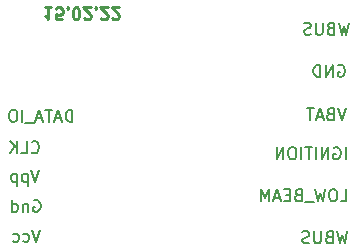
<source format=gbr>
G04 #@! TF.GenerationSoftware,KiCad,Pcbnew,5.1.5+dfsg1-2build2*
G04 #@! TF.CreationDate,2022-02-15T20:08:37+01:00*
G04 #@! TF.ProjectId,LIN_DISCO3,4c494e5f-4449-4534-934f-332e6b696361,rev?*
G04 #@! TF.SameCoordinates,Original*
G04 #@! TF.FileFunction,Legend,Bot*
G04 #@! TF.FilePolarity,Positive*
%FSLAX46Y46*%
G04 Gerber Fmt 4.6, Leading zero omitted, Abs format (unit mm)*
G04 Created by KiCad (PCBNEW 5.1.5+dfsg1-2build2) date 2022-02-15 20:08:37*
%MOMM*%
%LPD*%
G04 APERTURE LIST*
%ADD10C,0.250000*%
%ADD11C,0.150000*%
G04 APERTURE END LIST*
D10*
X163163571Y-58729619D02*
X162592142Y-58729619D01*
X162877857Y-58729619D02*
X162877857Y-59729619D01*
X162782619Y-59586761D01*
X162687380Y-59491523D01*
X162592142Y-59443904D01*
X164068333Y-59729619D02*
X163592142Y-59729619D01*
X163544523Y-59253428D01*
X163592142Y-59301047D01*
X163687380Y-59348666D01*
X163925476Y-59348666D01*
X164020714Y-59301047D01*
X164068333Y-59253428D01*
X164115952Y-59158190D01*
X164115952Y-58920095D01*
X164068333Y-58824857D01*
X164020714Y-58777238D01*
X163925476Y-58729619D01*
X163687380Y-58729619D01*
X163592142Y-58777238D01*
X163544523Y-58824857D01*
X164544523Y-58824857D02*
X164592142Y-58777238D01*
X164544523Y-58729619D01*
X164496904Y-58777238D01*
X164544523Y-58824857D01*
X164544523Y-58729619D01*
X165211190Y-59729619D02*
X165306428Y-59729619D01*
X165401666Y-59682000D01*
X165449285Y-59634380D01*
X165496904Y-59539142D01*
X165544523Y-59348666D01*
X165544523Y-59110571D01*
X165496904Y-58920095D01*
X165449285Y-58824857D01*
X165401666Y-58777238D01*
X165306428Y-58729619D01*
X165211190Y-58729619D01*
X165115952Y-58777238D01*
X165068333Y-58824857D01*
X165020714Y-58920095D01*
X164973095Y-59110571D01*
X164973095Y-59348666D01*
X165020714Y-59539142D01*
X165068333Y-59634380D01*
X165115952Y-59682000D01*
X165211190Y-59729619D01*
X165925476Y-59634380D02*
X165973095Y-59682000D01*
X166068333Y-59729619D01*
X166306428Y-59729619D01*
X166401666Y-59682000D01*
X166449285Y-59634380D01*
X166496904Y-59539142D01*
X166496904Y-59443904D01*
X166449285Y-59301047D01*
X165877857Y-58729619D01*
X166496904Y-58729619D01*
X166925476Y-58824857D02*
X166973095Y-58777238D01*
X166925476Y-58729619D01*
X166877857Y-58777238D01*
X166925476Y-58824857D01*
X166925476Y-58729619D01*
X167354047Y-59634380D02*
X167401666Y-59682000D01*
X167496904Y-59729619D01*
X167735000Y-59729619D01*
X167830238Y-59682000D01*
X167877857Y-59634380D01*
X167925476Y-59539142D01*
X167925476Y-59443904D01*
X167877857Y-59301047D01*
X167306428Y-58729619D01*
X167925476Y-58729619D01*
X168306428Y-59634380D02*
X168354047Y-59682000D01*
X168449285Y-59729619D01*
X168687380Y-59729619D01*
X168782619Y-59682000D01*
X168830238Y-59634380D01*
X168877857Y-59539142D01*
X168877857Y-59443904D01*
X168830238Y-59301047D01*
X168258809Y-58729619D01*
X168877857Y-58729619D01*
D11*
X162226476Y-77557380D02*
X161893142Y-78557380D01*
X161559809Y-77557380D01*
X160797904Y-78509761D02*
X160893142Y-78557380D01*
X161083619Y-78557380D01*
X161178857Y-78509761D01*
X161226476Y-78462142D01*
X161274095Y-78366904D01*
X161274095Y-78081190D01*
X161226476Y-77985952D01*
X161178857Y-77938333D01*
X161083619Y-77890714D01*
X160893142Y-77890714D01*
X160797904Y-77938333D01*
X159940761Y-78509761D02*
X160036000Y-78557380D01*
X160226476Y-78557380D01*
X160321714Y-78509761D01*
X160369333Y-78462142D01*
X160416952Y-78366904D01*
X160416952Y-78081190D01*
X160369333Y-77985952D01*
X160321714Y-77938333D01*
X160226476Y-77890714D01*
X160036000Y-77890714D01*
X159940761Y-77938333D01*
X161678857Y-75065000D02*
X161774095Y-75017380D01*
X161916952Y-75017380D01*
X162059809Y-75065000D01*
X162155047Y-75160238D01*
X162202666Y-75255476D01*
X162250285Y-75445952D01*
X162250285Y-75588809D01*
X162202666Y-75779285D01*
X162155047Y-75874523D01*
X162059809Y-75969761D01*
X161916952Y-76017380D01*
X161821714Y-76017380D01*
X161678857Y-75969761D01*
X161631238Y-75922142D01*
X161631238Y-75588809D01*
X161821714Y-75588809D01*
X161202666Y-75350714D02*
X161202666Y-76017380D01*
X161202666Y-75445952D02*
X161155047Y-75398333D01*
X161059809Y-75350714D01*
X160916952Y-75350714D01*
X160821714Y-75398333D01*
X160774095Y-75493571D01*
X160774095Y-76017380D01*
X159869333Y-76017380D02*
X159869333Y-75017380D01*
X159869333Y-75969761D02*
X159964571Y-76017380D01*
X160155047Y-76017380D01*
X160250285Y-75969761D01*
X160297904Y-75922142D01*
X160345523Y-75826904D01*
X160345523Y-75541190D01*
X160297904Y-75445952D01*
X160250285Y-75398333D01*
X160155047Y-75350714D01*
X159964571Y-75350714D01*
X159869333Y-75398333D01*
X162147095Y-72477380D02*
X161813761Y-73477380D01*
X161480428Y-72477380D01*
X161147095Y-72810714D02*
X161147095Y-73810714D01*
X161147095Y-72858333D02*
X161051857Y-72810714D01*
X160861380Y-72810714D01*
X160766142Y-72858333D01*
X160718523Y-72905952D01*
X160670904Y-73001190D01*
X160670904Y-73286904D01*
X160718523Y-73382142D01*
X160766142Y-73429761D01*
X160861380Y-73477380D01*
X161051857Y-73477380D01*
X161147095Y-73429761D01*
X160242333Y-72810714D02*
X160242333Y-73810714D01*
X160242333Y-72858333D02*
X160147095Y-72810714D01*
X159956619Y-72810714D01*
X159861380Y-72858333D01*
X159813761Y-72905952D01*
X159766142Y-73001190D01*
X159766142Y-73286904D01*
X159813761Y-73382142D01*
X159861380Y-73429761D01*
X159956619Y-73477380D01*
X160147095Y-73477380D01*
X160242333Y-73429761D01*
X161504238Y-70969142D02*
X161551857Y-71016761D01*
X161694714Y-71064380D01*
X161789952Y-71064380D01*
X161932809Y-71016761D01*
X162028047Y-70921523D01*
X162075666Y-70826285D01*
X162123285Y-70635809D01*
X162123285Y-70492952D01*
X162075666Y-70302476D01*
X162028047Y-70207238D01*
X161932809Y-70112000D01*
X161789952Y-70064380D01*
X161694714Y-70064380D01*
X161551857Y-70112000D01*
X161504238Y-70159619D01*
X160599476Y-71064380D02*
X161075666Y-71064380D01*
X161075666Y-70064380D01*
X160266142Y-71064380D02*
X160266142Y-70064380D01*
X159694714Y-71064380D02*
X160123285Y-70492952D01*
X159694714Y-70064380D02*
X160266142Y-70635809D01*
X164948857Y-68397380D02*
X164948857Y-67397380D01*
X164710761Y-67397380D01*
X164567904Y-67445000D01*
X164472666Y-67540238D01*
X164425047Y-67635476D01*
X164377428Y-67825952D01*
X164377428Y-67968809D01*
X164425047Y-68159285D01*
X164472666Y-68254523D01*
X164567904Y-68349761D01*
X164710761Y-68397380D01*
X164948857Y-68397380D01*
X163996476Y-68111666D02*
X163520285Y-68111666D01*
X164091714Y-68397380D02*
X163758380Y-67397380D01*
X163425047Y-68397380D01*
X163234571Y-67397380D02*
X162663142Y-67397380D01*
X162948857Y-68397380D02*
X162948857Y-67397380D01*
X162377428Y-68111666D02*
X161901238Y-68111666D01*
X162472666Y-68397380D02*
X162139333Y-67397380D01*
X161806000Y-68397380D01*
X161710761Y-68492619D02*
X160948857Y-68492619D01*
X160710761Y-68397380D02*
X160710761Y-67397380D01*
X160044095Y-67397380D02*
X159853619Y-67397380D01*
X159758380Y-67445000D01*
X159663142Y-67540238D01*
X159615523Y-67730714D01*
X159615523Y-68064047D01*
X159663142Y-68254523D01*
X159758380Y-68349761D01*
X159853619Y-68397380D01*
X160044095Y-68397380D01*
X160139333Y-68349761D01*
X160234571Y-68254523D01*
X160282190Y-68064047D01*
X160282190Y-67730714D01*
X160234571Y-67540238D01*
X160139333Y-67445000D01*
X160044095Y-67397380D01*
X188364571Y-60031380D02*
X188126476Y-61031380D01*
X187936000Y-60317095D01*
X187745523Y-61031380D01*
X187507428Y-60031380D01*
X186793142Y-60507571D02*
X186650285Y-60555190D01*
X186602666Y-60602809D01*
X186555047Y-60698047D01*
X186555047Y-60840904D01*
X186602666Y-60936142D01*
X186650285Y-60983761D01*
X186745523Y-61031380D01*
X187126476Y-61031380D01*
X187126476Y-60031380D01*
X186793142Y-60031380D01*
X186697904Y-60079000D01*
X186650285Y-60126619D01*
X186602666Y-60221857D01*
X186602666Y-60317095D01*
X186650285Y-60412333D01*
X186697904Y-60459952D01*
X186793142Y-60507571D01*
X187126476Y-60507571D01*
X186126476Y-60031380D02*
X186126476Y-60840904D01*
X186078857Y-60936142D01*
X186031238Y-60983761D01*
X185936000Y-61031380D01*
X185745523Y-61031380D01*
X185650285Y-60983761D01*
X185602666Y-60936142D01*
X185555047Y-60840904D01*
X185555047Y-60031380D01*
X185126476Y-60983761D02*
X184983619Y-61031380D01*
X184745523Y-61031380D01*
X184650285Y-60983761D01*
X184602666Y-60936142D01*
X184555047Y-60840904D01*
X184555047Y-60745666D01*
X184602666Y-60650428D01*
X184650285Y-60602809D01*
X184745523Y-60555190D01*
X184936000Y-60507571D01*
X185031238Y-60459952D01*
X185078857Y-60412333D01*
X185126476Y-60317095D01*
X185126476Y-60221857D01*
X185078857Y-60126619D01*
X185031238Y-60079000D01*
X184936000Y-60031380D01*
X184697904Y-60031380D01*
X184555047Y-60079000D01*
X187451904Y-63635000D02*
X187547142Y-63587380D01*
X187690000Y-63587380D01*
X187832857Y-63635000D01*
X187928095Y-63730238D01*
X187975714Y-63825476D01*
X188023333Y-64015952D01*
X188023333Y-64158809D01*
X187975714Y-64349285D01*
X187928095Y-64444523D01*
X187832857Y-64539761D01*
X187690000Y-64587380D01*
X187594761Y-64587380D01*
X187451904Y-64539761D01*
X187404285Y-64492142D01*
X187404285Y-64158809D01*
X187594761Y-64158809D01*
X186975714Y-64587380D02*
X186975714Y-63587380D01*
X186404285Y-64587380D01*
X186404285Y-63587380D01*
X185928095Y-64587380D02*
X185928095Y-63587380D01*
X185690000Y-63587380D01*
X185547142Y-63635000D01*
X185451904Y-63730238D01*
X185404285Y-63825476D01*
X185356666Y-64015952D01*
X185356666Y-64158809D01*
X185404285Y-64349285D01*
X185451904Y-64444523D01*
X185547142Y-64539761D01*
X185690000Y-64587380D01*
X185928095Y-64587380D01*
X188078857Y-67270380D02*
X187745523Y-68270380D01*
X187412190Y-67270380D01*
X186745523Y-67746571D02*
X186602666Y-67794190D01*
X186555047Y-67841809D01*
X186507428Y-67937047D01*
X186507428Y-68079904D01*
X186555047Y-68175142D01*
X186602666Y-68222761D01*
X186697904Y-68270380D01*
X187078857Y-68270380D01*
X187078857Y-67270380D01*
X186745523Y-67270380D01*
X186650285Y-67318000D01*
X186602666Y-67365619D01*
X186555047Y-67460857D01*
X186555047Y-67556095D01*
X186602666Y-67651333D01*
X186650285Y-67698952D01*
X186745523Y-67746571D01*
X187078857Y-67746571D01*
X186126476Y-67984666D02*
X185650285Y-67984666D01*
X186221714Y-68270380D02*
X185888380Y-67270380D01*
X185555047Y-68270380D01*
X185364571Y-67270380D02*
X184793142Y-67270380D01*
X185078857Y-68270380D02*
X185078857Y-67270380D01*
X188094571Y-71572380D02*
X188094571Y-70572380D01*
X187094571Y-70620000D02*
X187189809Y-70572380D01*
X187332666Y-70572380D01*
X187475523Y-70620000D01*
X187570761Y-70715238D01*
X187618380Y-70810476D01*
X187666000Y-71000952D01*
X187666000Y-71143809D01*
X187618380Y-71334285D01*
X187570761Y-71429523D01*
X187475523Y-71524761D01*
X187332666Y-71572380D01*
X187237428Y-71572380D01*
X187094571Y-71524761D01*
X187046952Y-71477142D01*
X187046952Y-71143809D01*
X187237428Y-71143809D01*
X186618380Y-71572380D02*
X186618380Y-70572380D01*
X186046952Y-71572380D01*
X186046952Y-70572380D01*
X185570761Y-71572380D02*
X185570761Y-70572380D01*
X185237428Y-70572380D02*
X184666000Y-70572380D01*
X184951714Y-71572380D02*
X184951714Y-70572380D01*
X184332666Y-71572380D02*
X184332666Y-70572380D01*
X183666000Y-70572380D02*
X183475523Y-70572380D01*
X183380285Y-70620000D01*
X183285047Y-70715238D01*
X183237428Y-70905714D01*
X183237428Y-71239047D01*
X183285047Y-71429523D01*
X183380285Y-71524761D01*
X183475523Y-71572380D01*
X183666000Y-71572380D01*
X183761238Y-71524761D01*
X183856476Y-71429523D01*
X183904095Y-71239047D01*
X183904095Y-70905714D01*
X183856476Y-70715238D01*
X183761238Y-70620000D01*
X183666000Y-70572380D01*
X182808857Y-71572380D02*
X182808857Y-70572380D01*
X182237428Y-71572380D01*
X182237428Y-70572380D01*
X187650047Y-75128380D02*
X188126238Y-75128380D01*
X188126238Y-74128380D01*
X187126238Y-74128380D02*
X186935761Y-74128380D01*
X186840523Y-74176000D01*
X186745285Y-74271238D01*
X186697666Y-74461714D01*
X186697666Y-74795047D01*
X186745285Y-74985523D01*
X186840523Y-75080761D01*
X186935761Y-75128380D01*
X187126238Y-75128380D01*
X187221476Y-75080761D01*
X187316714Y-74985523D01*
X187364333Y-74795047D01*
X187364333Y-74461714D01*
X187316714Y-74271238D01*
X187221476Y-74176000D01*
X187126238Y-74128380D01*
X186364333Y-74128380D02*
X186126238Y-75128380D01*
X185935761Y-74414095D01*
X185745285Y-75128380D01*
X185507190Y-74128380D01*
X185364333Y-75223619D02*
X184602428Y-75223619D01*
X184031000Y-74604571D02*
X183888142Y-74652190D01*
X183840523Y-74699809D01*
X183792904Y-74795047D01*
X183792904Y-74937904D01*
X183840523Y-75033142D01*
X183888142Y-75080761D01*
X183983380Y-75128380D01*
X184364333Y-75128380D01*
X184364333Y-74128380D01*
X184031000Y-74128380D01*
X183935761Y-74176000D01*
X183888142Y-74223619D01*
X183840523Y-74318857D01*
X183840523Y-74414095D01*
X183888142Y-74509333D01*
X183935761Y-74556952D01*
X184031000Y-74604571D01*
X184364333Y-74604571D01*
X183364333Y-74604571D02*
X183031000Y-74604571D01*
X182888142Y-75128380D02*
X183364333Y-75128380D01*
X183364333Y-74128380D01*
X182888142Y-74128380D01*
X182507190Y-74842666D02*
X182031000Y-74842666D01*
X182602428Y-75128380D02*
X182269095Y-74128380D01*
X181935761Y-75128380D01*
X181602428Y-75128380D02*
X181602428Y-74128380D01*
X181269095Y-74842666D01*
X180935761Y-74128380D01*
X180935761Y-75128380D01*
X188237571Y-77684380D02*
X187999476Y-78684380D01*
X187809000Y-77970095D01*
X187618523Y-78684380D01*
X187380428Y-77684380D01*
X186666142Y-78160571D02*
X186523285Y-78208190D01*
X186475666Y-78255809D01*
X186428047Y-78351047D01*
X186428047Y-78493904D01*
X186475666Y-78589142D01*
X186523285Y-78636761D01*
X186618523Y-78684380D01*
X186999476Y-78684380D01*
X186999476Y-77684380D01*
X186666142Y-77684380D01*
X186570904Y-77732000D01*
X186523285Y-77779619D01*
X186475666Y-77874857D01*
X186475666Y-77970095D01*
X186523285Y-78065333D01*
X186570904Y-78112952D01*
X186666142Y-78160571D01*
X186999476Y-78160571D01*
X185999476Y-77684380D02*
X185999476Y-78493904D01*
X185951857Y-78589142D01*
X185904238Y-78636761D01*
X185809000Y-78684380D01*
X185618523Y-78684380D01*
X185523285Y-78636761D01*
X185475666Y-78589142D01*
X185428047Y-78493904D01*
X185428047Y-77684380D01*
X184999476Y-78636761D02*
X184856619Y-78684380D01*
X184618523Y-78684380D01*
X184523285Y-78636761D01*
X184475666Y-78589142D01*
X184428047Y-78493904D01*
X184428047Y-78398666D01*
X184475666Y-78303428D01*
X184523285Y-78255809D01*
X184618523Y-78208190D01*
X184809000Y-78160571D01*
X184904238Y-78112952D01*
X184951857Y-78065333D01*
X184999476Y-77970095D01*
X184999476Y-77874857D01*
X184951857Y-77779619D01*
X184904238Y-77732000D01*
X184809000Y-77684380D01*
X184570904Y-77684380D01*
X184428047Y-77732000D01*
M02*

</source>
